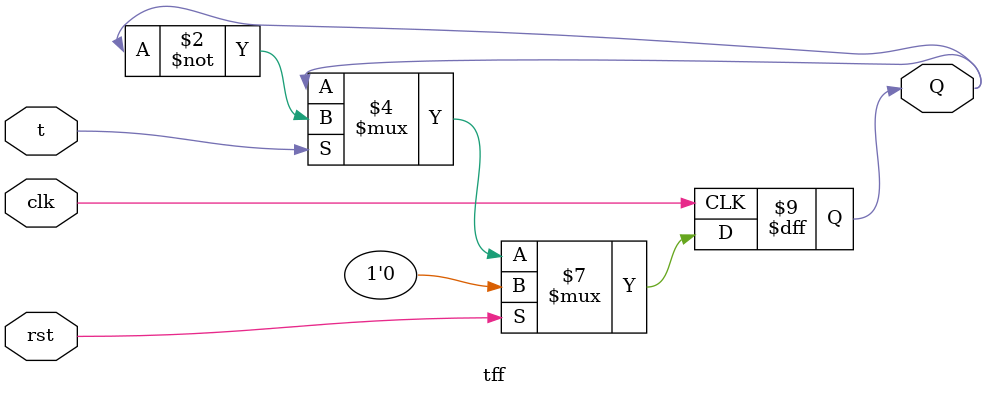
<source format=v>
module tff(t,rst,clk,Q);
input t,clk,rst;
output reg Q;

always @(posedge clk)
begin
if(rst)
Q=1'b0;
else 
begin
if (t)
Q <= ~Q;
else
Q <= Q;
end
end
endmodule





</source>
